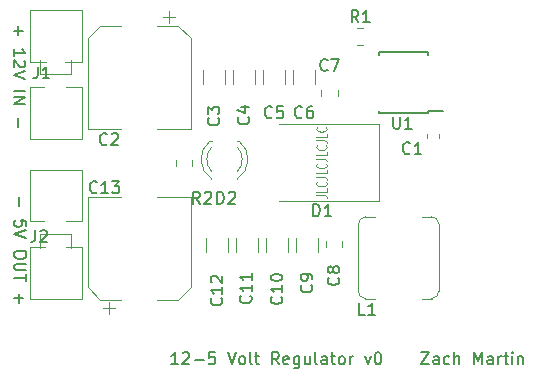
<source format=gto>
G04 #@! TF.GenerationSoftware,KiCad,Pcbnew,(5.1.7)-1*
G04 #@! TF.CreationDate,2021-07-20T15:03:30-04:00*
G04 #@! TF.ProjectId,12-5_Volt_Regulator,31322d35-5f56-46f6-9c74-5f526567756c,rev?*
G04 #@! TF.SameCoordinates,Original*
G04 #@! TF.FileFunction,Legend,Top*
G04 #@! TF.FilePolarity,Positive*
%FSLAX46Y46*%
G04 Gerber Fmt 4.6, Leading zero omitted, Abs format (unit mm)*
G04 Created by KiCad (PCBNEW (5.1.7)-1) date 2021-07-20 15:03:30*
%MOMM*%
%LPD*%
G01*
G04 APERTURE LIST*
%ADD10C,0.070000*%
%ADD11C,0.150000*%
%ADD12C,0.120000*%
%ADD13C,3.300000*%
%ADD14O,1.800000X1.800000*%
%ADD15C,1.900000*%
G04 APERTURE END LIST*
D10*
X142509142Y-105895428D02*
X143152000Y-105895428D01*
X143280571Y-105924000D01*
X143366285Y-105981142D01*
X143409142Y-106066857D01*
X143409142Y-106124000D01*
X143409142Y-105324000D02*
X143409142Y-105609714D01*
X142509142Y-105609714D01*
X143323428Y-104781142D02*
X143366285Y-104809714D01*
X143409142Y-104895428D01*
X143409142Y-104952571D01*
X143366285Y-105038285D01*
X143280571Y-105095428D01*
X143194857Y-105124000D01*
X143023428Y-105152571D01*
X142894857Y-105152571D01*
X142723428Y-105124000D01*
X142637714Y-105095428D01*
X142552000Y-105038285D01*
X142509142Y-104952571D01*
X142509142Y-104895428D01*
X142552000Y-104809714D01*
X142594857Y-104781142D01*
X142509142Y-104352571D02*
X143152000Y-104352571D01*
X143280571Y-104381142D01*
X143366285Y-104438285D01*
X143409142Y-104524000D01*
X143409142Y-104581142D01*
X143409142Y-103781142D02*
X143409142Y-104066857D01*
X142509142Y-104066857D01*
X143323428Y-103238285D02*
X143366285Y-103266857D01*
X143409142Y-103352571D01*
X143409142Y-103409714D01*
X143366285Y-103495428D01*
X143280571Y-103552571D01*
X143194857Y-103581142D01*
X143023428Y-103609714D01*
X142894857Y-103609714D01*
X142723428Y-103581142D01*
X142637714Y-103552571D01*
X142552000Y-103495428D01*
X142509142Y-103409714D01*
X142509142Y-103352571D01*
X142552000Y-103266857D01*
X142594857Y-103238285D01*
X142509142Y-102809714D02*
X143152000Y-102809714D01*
X143280571Y-102838285D01*
X143366285Y-102895428D01*
X143409142Y-102981142D01*
X143409142Y-103038285D01*
X143409142Y-102238285D02*
X143409142Y-102524000D01*
X142509142Y-102524000D01*
X143323428Y-101695428D02*
X143366285Y-101724000D01*
X143409142Y-101809714D01*
X143409142Y-101866857D01*
X143366285Y-101952571D01*
X143280571Y-102009714D01*
X143194857Y-102038285D01*
X143023428Y-102066857D01*
X142894857Y-102066857D01*
X142723428Y-102038285D01*
X142637714Y-102009714D01*
X142552000Y-101952571D01*
X142509142Y-101866857D01*
X142509142Y-101809714D01*
X142552000Y-101724000D01*
X142594857Y-101695428D01*
X142509142Y-101266857D02*
X143152000Y-101266857D01*
X143280571Y-101295428D01*
X143366285Y-101352571D01*
X143409142Y-101438285D01*
X143409142Y-101495428D01*
X143409142Y-100695428D02*
X143409142Y-100981142D01*
X142509142Y-100981142D01*
X143323428Y-100152571D02*
X143366285Y-100181142D01*
X143409142Y-100266857D01*
X143409142Y-100324000D01*
X143366285Y-100409714D01*
X143280571Y-100466857D01*
X143194857Y-100495428D01*
X143023428Y-100524000D01*
X142894857Y-100524000D01*
X142723428Y-100495428D01*
X142637714Y-100466857D01*
X142552000Y-100409714D01*
X142509142Y-100324000D01*
X142509142Y-100266857D01*
X142552000Y-100181142D01*
X142594857Y-100152571D01*
D11*
X130827666Y-120213380D02*
X130256238Y-120213380D01*
X130541952Y-120213380D02*
X130541952Y-119213380D01*
X130446714Y-119356238D01*
X130351476Y-119451476D01*
X130256238Y-119499095D01*
X131208619Y-119308619D02*
X131256238Y-119261000D01*
X131351476Y-119213380D01*
X131589571Y-119213380D01*
X131684809Y-119261000D01*
X131732428Y-119308619D01*
X131780047Y-119403857D01*
X131780047Y-119499095D01*
X131732428Y-119641952D01*
X131160999Y-120213380D01*
X131780047Y-120213380D01*
X132208619Y-119832428D02*
X132970523Y-119832428D01*
X133922904Y-119213380D02*
X133446714Y-119213380D01*
X133399095Y-119689571D01*
X133446714Y-119641952D01*
X133541952Y-119594333D01*
X133780047Y-119594333D01*
X133875285Y-119641952D01*
X133922904Y-119689571D01*
X133970523Y-119784809D01*
X133970523Y-120022904D01*
X133922904Y-120118142D01*
X133875285Y-120165761D01*
X133780047Y-120213380D01*
X133541952Y-120213380D01*
X133446714Y-120165761D01*
X133399095Y-120118142D01*
X135018142Y-119213380D02*
X135351476Y-120213380D01*
X135684809Y-119213380D01*
X136161000Y-120213380D02*
X136065761Y-120165761D01*
X136018142Y-120118142D01*
X135970523Y-120022904D01*
X135970523Y-119737190D01*
X136018142Y-119641952D01*
X136065761Y-119594333D01*
X136161000Y-119546714D01*
X136303857Y-119546714D01*
X136399095Y-119594333D01*
X136446714Y-119641952D01*
X136494333Y-119737190D01*
X136494333Y-120022904D01*
X136446714Y-120118142D01*
X136399095Y-120165761D01*
X136303857Y-120213380D01*
X136161000Y-120213380D01*
X137065761Y-120213380D02*
X136970523Y-120165761D01*
X136922904Y-120070523D01*
X136922904Y-119213380D01*
X137303857Y-119546714D02*
X137684809Y-119546714D01*
X137446714Y-119213380D02*
X137446714Y-120070523D01*
X137494333Y-120165761D01*
X137589571Y-120213380D01*
X137684809Y-120213380D01*
X139351476Y-120213380D02*
X139018142Y-119737190D01*
X138780047Y-120213380D02*
X138780047Y-119213380D01*
X139161000Y-119213380D01*
X139256238Y-119261000D01*
X139303857Y-119308619D01*
X139351476Y-119403857D01*
X139351476Y-119546714D01*
X139303857Y-119641952D01*
X139256238Y-119689571D01*
X139161000Y-119737190D01*
X138780047Y-119737190D01*
X140161000Y-120165761D02*
X140065761Y-120213380D01*
X139875285Y-120213380D01*
X139780047Y-120165761D01*
X139732428Y-120070523D01*
X139732428Y-119689571D01*
X139780047Y-119594333D01*
X139875285Y-119546714D01*
X140065761Y-119546714D01*
X140161000Y-119594333D01*
X140208619Y-119689571D01*
X140208619Y-119784809D01*
X139732428Y-119880047D01*
X141065761Y-119546714D02*
X141065761Y-120356238D01*
X141018142Y-120451476D01*
X140970523Y-120499095D01*
X140875285Y-120546714D01*
X140732428Y-120546714D01*
X140637190Y-120499095D01*
X141065761Y-120165761D02*
X140970523Y-120213380D01*
X140780047Y-120213380D01*
X140684809Y-120165761D01*
X140637190Y-120118142D01*
X140589571Y-120022904D01*
X140589571Y-119737190D01*
X140637190Y-119641952D01*
X140684809Y-119594333D01*
X140780047Y-119546714D01*
X140970523Y-119546714D01*
X141065761Y-119594333D01*
X141970523Y-119546714D02*
X141970523Y-120213380D01*
X141541952Y-119546714D02*
X141541952Y-120070523D01*
X141589571Y-120165761D01*
X141684809Y-120213380D01*
X141827666Y-120213380D01*
X141922904Y-120165761D01*
X141970523Y-120118142D01*
X142589571Y-120213380D02*
X142494333Y-120165761D01*
X142446714Y-120070523D01*
X142446714Y-119213380D01*
X143399095Y-120213380D02*
X143399095Y-119689571D01*
X143351476Y-119594333D01*
X143256238Y-119546714D01*
X143065761Y-119546714D01*
X142970523Y-119594333D01*
X143399095Y-120165761D02*
X143303857Y-120213380D01*
X143065761Y-120213380D01*
X142970523Y-120165761D01*
X142922904Y-120070523D01*
X142922904Y-119975285D01*
X142970523Y-119880047D01*
X143065761Y-119832428D01*
X143303857Y-119832428D01*
X143399095Y-119784809D01*
X143732428Y-119546714D02*
X144113380Y-119546714D01*
X143875285Y-119213380D02*
X143875285Y-120070523D01*
X143922904Y-120165761D01*
X144018142Y-120213380D01*
X144113380Y-120213380D01*
X144589571Y-120213380D02*
X144494333Y-120165761D01*
X144446714Y-120118142D01*
X144399095Y-120022904D01*
X144399095Y-119737190D01*
X144446714Y-119641952D01*
X144494333Y-119594333D01*
X144589571Y-119546714D01*
X144732428Y-119546714D01*
X144827666Y-119594333D01*
X144875285Y-119641952D01*
X144922904Y-119737190D01*
X144922904Y-120022904D01*
X144875285Y-120118142D01*
X144827666Y-120165761D01*
X144732428Y-120213380D01*
X144589571Y-120213380D01*
X145351476Y-120213380D02*
X145351476Y-119546714D01*
X145351476Y-119737190D02*
X145399095Y-119641952D01*
X145446714Y-119594333D01*
X145541952Y-119546714D01*
X145637190Y-119546714D01*
X146637190Y-119546714D02*
X146875285Y-120213380D01*
X147113380Y-119546714D01*
X147684809Y-119213380D02*
X147780047Y-119213380D01*
X147875285Y-119261000D01*
X147922904Y-119308619D01*
X147970523Y-119403857D01*
X148018142Y-119594333D01*
X148018142Y-119832428D01*
X147970523Y-120022904D01*
X147922904Y-120118142D01*
X147875285Y-120165761D01*
X147780047Y-120213380D01*
X147684809Y-120213380D01*
X147589571Y-120165761D01*
X147541952Y-120118142D01*
X147494333Y-120022904D01*
X147446714Y-119832428D01*
X147446714Y-119594333D01*
X147494333Y-119403857D01*
X147541952Y-119308619D01*
X147589571Y-119261000D01*
X147684809Y-119213380D01*
X151399095Y-119213380D02*
X152065761Y-119213380D01*
X151399095Y-120213380D01*
X152065761Y-120213380D01*
X152875285Y-120213380D02*
X152875285Y-119689571D01*
X152827666Y-119594333D01*
X152732428Y-119546714D01*
X152541952Y-119546714D01*
X152446714Y-119594333D01*
X152875285Y-120165761D02*
X152780047Y-120213380D01*
X152541952Y-120213380D01*
X152446714Y-120165761D01*
X152399095Y-120070523D01*
X152399095Y-119975285D01*
X152446714Y-119880047D01*
X152541952Y-119832428D01*
X152780047Y-119832428D01*
X152875285Y-119784809D01*
X153780047Y-120165761D02*
X153684809Y-120213380D01*
X153494333Y-120213380D01*
X153399095Y-120165761D01*
X153351476Y-120118142D01*
X153303857Y-120022904D01*
X153303857Y-119737190D01*
X153351476Y-119641952D01*
X153399095Y-119594333D01*
X153494333Y-119546714D01*
X153684809Y-119546714D01*
X153780047Y-119594333D01*
X154208619Y-120213380D02*
X154208619Y-119213380D01*
X154637190Y-120213380D02*
X154637190Y-119689571D01*
X154589571Y-119594333D01*
X154494333Y-119546714D01*
X154351476Y-119546714D01*
X154256238Y-119594333D01*
X154208619Y-119641952D01*
X155875285Y-120213380D02*
X155875285Y-119213380D01*
X156208619Y-119927666D01*
X156541952Y-119213380D01*
X156541952Y-120213380D01*
X157446714Y-120213380D02*
X157446714Y-119689571D01*
X157399095Y-119594333D01*
X157303857Y-119546714D01*
X157113380Y-119546714D01*
X157018142Y-119594333D01*
X157446714Y-120165761D02*
X157351476Y-120213380D01*
X157113380Y-120213380D01*
X157018142Y-120165761D01*
X156970523Y-120070523D01*
X156970523Y-119975285D01*
X157018142Y-119880047D01*
X157113380Y-119832428D01*
X157351476Y-119832428D01*
X157446714Y-119784809D01*
X157922904Y-120213380D02*
X157922904Y-119546714D01*
X157922904Y-119737190D02*
X157970523Y-119641952D01*
X158018142Y-119594333D01*
X158113380Y-119546714D01*
X158208619Y-119546714D01*
X158399095Y-119546714D02*
X158780047Y-119546714D01*
X158541952Y-119213380D02*
X158541952Y-120070523D01*
X158589571Y-120165761D01*
X158684809Y-120213380D01*
X158780047Y-120213380D01*
X159113380Y-120213380D02*
X159113380Y-119546714D01*
X159113380Y-119213380D02*
X159065761Y-119261000D01*
X159113380Y-119308619D01*
X159160999Y-119261000D01*
X159113380Y-119213380D01*
X159113380Y-119308619D01*
X159589571Y-119546714D02*
X159589571Y-120213380D01*
X159589571Y-119641952D02*
X159637190Y-119594333D01*
X159732428Y-119546714D01*
X159875285Y-119546714D01*
X159970523Y-119594333D01*
X160018142Y-119689571D01*
X160018142Y-120213380D01*
X117276571Y-91599285D02*
X117276571Y-92361190D01*
X116895619Y-91980238D02*
X117657523Y-91980238D01*
X116895619Y-94123095D02*
X116895619Y-93551666D01*
X116895619Y-93837380D02*
X117895619Y-93837380D01*
X117752761Y-93742142D01*
X117657523Y-93646904D01*
X117609904Y-93551666D01*
X117800380Y-94504047D02*
X117848000Y-94551666D01*
X117895619Y-94646904D01*
X117895619Y-94885000D01*
X117848000Y-94980238D01*
X117800380Y-95027857D01*
X117705142Y-95075476D01*
X117609904Y-95075476D01*
X117467047Y-95027857D01*
X116895619Y-94456428D01*
X116895619Y-95075476D01*
X117895619Y-95361190D02*
X116895619Y-95694523D01*
X117895619Y-96027857D01*
X116895619Y-97123095D02*
X117895619Y-97123095D01*
X116895619Y-97599285D02*
X117895619Y-97599285D01*
X116895619Y-98170714D01*
X117895619Y-98170714D01*
X117276571Y-99408809D02*
X117276571Y-100170714D01*
X117340071Y-106077309D02*
X117340071Y-106839214D01*
X117959119Y-108553500D02*
X117959119Y-108077309D01*
X117482928Y-108029690D01*
X117530547Y-108077309D01*
X117578166Y-108172547D01*
X117578166Y-108410642D01*
X117530547Y-108505880D01*
X117482928Y-108553500D01*
X117387690Y-108601119D01*
X117149595Y-108601119D01*
X117054357Y-108553500D01*
X117006738Y-108505880D01*
X116959119Y-108410642D01*
X116959119Y-108172547D01*
X117006738Y-108077309D01*
X117054357Y-108029690D01*
X117959119Y-108886833D02*
X116959119Y-109220166D01*
X117959119Y-109553500D01*
X117959119Y-110839214D02*
X117959119Y-111029690D01*
X117911500Y-111124928D01*
X117816261Y-111220166D01*
X117625785Y-111267785D01*
X117292452Y-111267785D01*
X117101976Y-111220166D01*
X117006738Y-111124928D01*
X116959119Y-111029690D01*
X116959119Y-110839214D01*
X117006738Y-110743976D01*
X117101976Y-110648738D01*
X117292452Y-110601119D01*
X117625785Y-110601119D01*
X117816261Y-110648738D01*
X117911500Y-110743976D01*
X117959119Y-110839214D01*
X117959119Y-111696357D02*
X117149595Y-111696357D01*
X117054357Y-111743976D01*
X117006738Y-111791595D01*
X116959119Y-111886833D01*
X116959119Y-112077309D01*
X117006738Y-112172547D01*
X117054357Y-112220166D01*
X117149595Y-112267785D01*
X117959119Y-112267785D01*
X117959119Y-112601119D02*
X117959119Y-113172547D01*
X116959119Y-112886833D02*
X117959119Y-112886833D01*
X117340071Y-114267785D02*
X117340071Y-115029690D01*
X116959119Y-114648738D02*
X117721023Y-114648738D01*
D12*
X118259000Y-114673000D02*
X118259000Y-110273000D01*
X122659000Y-114673000D02*
X118259000Y-114673000D01*
X122659000Y-110273000D02*
X122659000Y-114673000D01*
X118259000Y-110273000D02*
X122659000Y-110273000D01*
X118259000Y-108133000D02*
X118259000Y-103733000D01*
X122659000Y-108133000D02*
X118259000Y-108133000D01*
X122659000Y-103733000D02*
X122659000Y-108133000D01*
X118259000Y-103733000D02*
X122659000Y-103733000D01*
X118259000Y-96748000D02*
X122659000Y-96748000D01*
X122659000Y-96748000D02*
X122659000Y-101148000D01*
X122659000Y-101148000D02*
X118259000Y-101148000D01*
X118259000Y-101148000D02*
X118259000Y-96748000D01*
X118259000Y-94608000D02*
X118259000Y-90208000D01*
X122659000Y-94608000D02*
X118259000Y-94608000D01*
X122659000Y-90208000D02*
X122659000Y-94608000D01*
X118259000Y-90208000D02*
X122659000Y-90208000D01*
X119129000Y-111803000D02*
X121789000Y-111803000D01*
X119129000Y-109203000D02*
X119129000Y-111803000D01*
X121789000Y-109203000D02*
X121789000Y-111803000D01*
X119129000Y-109203000D02*
X121789000Y-109203000D01*
X119129000Y-107933000D02*
X119129000Y-106603000D01*
X119129000Y-106603000D02*
X120459000Y-106603000D01*
X151890000Y-101026279D02*
X151890000Y-100700721D01*
X152910000Y-101026279D02*
X152910000Y-100700721D01*
X123148000Y-100262000D02*
X125998000Y-100262000D01*
X131868000Y-100262000D02*
X129018000Y-100262000D01*
X131868000Y-92606437D02*
X131868000Y-100262000D01*
X123148000Y-92606437D02*
X123148000Y-100262000D01*
X124212437Y-91542000D02*
X125998000Y-91542000D01*
X130803563Y-91542000D02*
X129018000Y-91542000D01*
X130803563Y-91542000D02*
X131868000Y-92606437D01*
X124212437Y-91542000D02*
X123148000Y-92606437D01*
X130018000Y-90302000D02*
X130018000Y-91302000D01*
X130518000Y-90802000D02*
X129518000Y-90802000D01*
X134768000Y-95285936D02*
X134768000Y-96490064D01*
X132948000Y-95285936D02*
X132948000Y-96490064D01*
X135488000Y-95285936D02*
X135488000Y-96490064D01*
X137308000Y-95285936D02*
X137308000Y-96490064D01*
X139848000Y-95279936D02*
X139848000Y-96484064D01*
X138028000Y-95279936D02*
X138028000Y-96484064D01*
X140568000Y-95285936D02*
X140568000Y-96490064D01*
X142388000Y-95285936D02*
X142388000Y-96490064D01*
X142927000Y-96974922D02*
X142927000Y-97492078D01*
X144347000Y-96974922D02*
X144347000Y-97492078D01*
X143308000Y-110319078D02*
X143308000Y-109801922D01*
X144728000Y-110319078D02*
X144728000Y-109801922D01*
X142642000Y-110714064D02*
X142642000Y-109509936D01*
X140822000Y-110714064D02*
X140822000Y-109509936D01*
X138282000Y-110714064D02*
X138282000Y-109509936D01*
X140102000Y-110714064D02*
X140102000Y-109509936D01*
X137562000Y-110714064D02*
X137562000Y-109509936D01*
X135742000Y-110714064D02*
X135742000Y-109509936D01*
X133202000Y-110714064D02*
X133202000Y-109509936D01*
X135022000Y-110714064D02*
X135022000Y-109509936D01*
X124498000Y-115480000D02*
X125498000Y-115480000D01*
X124998000Y-115980000D02*
X124998000Y-114980000D01*
X130803563Y-114740000D02*
X131868000Y-113675563D01*
X124212437Y-114740000D02*
X123148000Y-113675563D01*
X124212437Y-114740000D02*
X125998000Y-114740000D01*
X130803563Y-114740000D02*
X129018000Y-114740000D01*
X131868000Y-113675563D02*
X131868000Y-106020000D01*
X123148000Y-113675563D02*
X123148000Y-106020000D01*
X123148000Y-106020000D02*
X125998000Y-106020000D01*
X131868000Y-106020000D02*
X129018000Y-106020000D01*
X147802000Y-99874000D02*
X147802000Y-106374000D01*
X147802000Y-99874000D02*
X139402000Y-99874000D01*
X147802000Y-106374000D02*
X139402000Y-106374000D01*
X135983000Y-101310000D02*
X135827000Y-101310000D01*
X133667000Y-101310000D02*
X133511000Y-101310000D01*
X135825608Y-104542335D02*
G75*
G03*
X135982516Y-101310000I-1078608J1672335D01*
G01*
X133668392Y-104542335D02*
G75*
G02*
X133511484Y-101310000I1078608J1672335D01*
G01*
X135826837Y-103911130D02*
G75*
G03*
X135827000Y-101829039I-1079837J1041130D01*
G01*
X133667163Y-103911130D02*
G75*
G02*
X133667000Y-101829039I1079837J1041130D01*
G01*
X121789000Y-98278000D02*
X120459000Y-98278000D01*
X121789000Y-96948000D02*
X121789000Y-98278000D01*
X121789000Y-95678000D02*
X119129000Y-95678000D01*
X119129000Y-95678000D02*
X119129000Y-93078000D01*
X121789000Y-95678000D02*
X121789000Y-93078000D01*
X121789000Y-93078000D02*
X119129000Y-93078000D01*
X152889000Y-108344000D02*
X152889000Y-114044000D01*
X147529000Y-114654000D02*
X146679000Y-114654000D01*
X146069000Y-114044000D02*
X146069000Y-108394000D01*
X146729000Y-107734000D02*
X147529000Y-107734000D01*
X152279000Y-114654000D02*
X151429000Y-114654000D01*
X151429000Y-107734000D02*
X152279000Y-107734000D01*
X152279000Y-107734000D02*
G75*
G02*
X152889000Y-108344000I0J-610000D01*
G01*
X152889000Y-114044000D02*
G75*
G02*
X152279000Y-114654000I-610000J0D01*
G01*
X146069000Y-108394000D02*
G75*
G02*
X146729000Y-107734000I660000J0D01*
G01*
X146679000Y-114654000D02*
G75*
G02*
X146069000Y-114044000I0J610000D01*
G01*
X145996922Y-93166000D02*
X146514078Y-93166000D01*
X145996922Y-91746000D02*
X146514078Y-91746000D01*
X132028000Y-102943922D02*
X132028000Y-103461078D01*
X130608000Y-102943922D02*
X130608000Y-103461078D01*
D11*
X151935000Y-98968000D02*
X151935000Y-98768000D01*
X147785000Y-98968000D02*
X147785000Y-98768000D01*
X147785000Y-93818000D02*
X147785000Y-94018000D01*
X151935000Y-93818000D02*
X151935000Y-94018000D01*
X151935000Y-98968000D02*
X147785000Y-98968000D01*
X151935000Y-93818000D02*
X147785000Y-93818000D01*
X151935000Y-98768000D02*
X153235000Y-98768000D01*
X118729166Y-108862880D02*
X118729166Y-109577166D01*
X118681547Y-109720023D01*
X118586309Y-109815261D01*
X118443452Y-109862880D01*
X118348214Y-109862880D01*
X119157738Y-108958119D02*
X119205357Y-108910500D01*
X119300595Y-108862880D01*
X119538690Y-108862880D01*
X119633928Y-108910500D01*
X119681547Y-108958119D01*
X119729166Y-109053357D01*
X119729166Y-109148595D01*
X119681547Y-109291452D01*
X119110119Y-109862880D01*
X119729166Y-109862880D01*
X150455333Y-102338142D02*
X150407714Y-102385761D01*
X150264857Y-102433380D01*
X150169619Y-102433380D01*
X150026761Y-102385761D01*
X149931523Y-102290523D01*
X149883904Y-102195285D01*
X149836285Y-102004809D01*
X149836285Y-101861952D01*
X149883904Y-101671476D01*
X149931523Y-101576238D01*
X150026761Y-101481000D01*
X150169619Y-101433380D01*
X150264857Y-101433380D01*
X150407714Y-101481000D01*
X150455333Y-101528619D01*
X151407714Y-102433380D02*
X150836285Y-102433380D01*
X151122000Y-102433380D02*
X151122000Y-101433380D01*
X151026761Y-101576238D01*
X150931523Y-101671476D01*
X150836285Y-101719095D01*
X124801333Y-101576142D02*
X124753714Y-101623761D01*
X124610857Y-101671380D01*
X124515619Y-101671380D01*
X124372761Y-101623761D01*
X124277523Y-101528523D01*
X124229904Y-101433285D01*
X124182285Y-101242809D01*
X124182285Y-101099952D01*
X124229904Y-100909476D01*
X124277523Y-100814238D01*
X124372761Y-100719000D01*
X124515619Y-100671380D01*
X124610857Y-100671380D01*
X124753714Y-100719000D01*
X124801333Y-100766619D01*
X125182285Y-100766619D02*
X125229904Y-100719000D01*
X125325142Y-100671380D01*
X125563238Y-100671380D01*
X125658476Y-100719000D01*
X125706095Y-100766619D01*
X125753714Y-100861857D01*
X125753714Y-100957095D01*
X125706095Y-101099952D01*
X125134666Y-101671380D01*
X125753714Y-101671380D01*
X134215142Y-99353666D02*
X134262761Y-99401285D01*
X134310380Y-99544142D01*
X134310380Y-99639380D01*
X134262761Y-99782238D01*
X134167523Y-99877476D01*
X134072285Y-99925095D01*
X133881809Y-99972714D01*
X133738952Y-99972714D01*
X133548476Y-99925095D01*
X133453238Y-99877476D01*
X133358000Y-99782238D01*
X133310380Y-99639380D01*
X133310380Y-99544142D01*
X133358000Y-99401285D01*
X133405619Y-99353666D01*
X133310380Y-99020333D02*
X133310380Y-98401285D01*
X133691333Y-98734619D01*
X133691333Y-98591761D01*
X133738952Y-98496523D01*
X133786571Y-98448904D01*
X133881809Y-98401285D01*
X134119904Y-98401285D01*
X134215142Y-98448904D01*
X134262761Y-98496523D01*
X134310380Y-98591761D01*
X134310380Y-98877476D01*
X134262761Y-98972714D01*
X134215142Y-99020333D01*
X136755142Y-99290166D02*
X136802761Y-99337785D01*
X136850380Y-99480642D01*
X136850380Y-99575880D01*
X136802761Y-99718738D01*
X136707523Y-99813976D01*
X136612285Y-99861595D01*
X136421809Y-99909214D01*
X136278952Y-99909214D01*
X136088476Y-99861595D01*
X135993238Y-99813976D01*
X135898000Y-99718738D01*
X135850380Y-99575880D01*
X135850380Y-99480642D01*
X135898000Y-99337785D01*
X135945619Y-99290166D01*
X136183714Y-98433023D02*
X136850380Y-98433023D01*
X135802761Y-98671119D02*
X136517047Y-98909214D01*
X136517047Y-98290166D01*
X138771333Y-99290142D02*
X138723714Y-99337761D01*
X138580857Y-99385380D01*
X138485619Y-99385380D01*
X138342761Y-99337761D01*
X138247523Y-99242523D01*
X138199904Y-99147285D01*
X138152285Y-98956809D01*
X138152285Y-98813952D01*
X138199904Y-98623476D01*
X138247523Y-98528238D01*
X138342761Y-98433000D01*
X138485619Y-98385380D01*
X138580857Y-98385380D01*
X138723714Y-98433000D01*
X138771333Y-98480619D01*
X139676095Y-98385380D02*
X139199904Y-98385380D01*
X139152285Y-98861571D01*
X139199904Y-98813952D01*
X139295142Y-98766333D01*
X139533238Y-98766333D01*
X139628476Y-98813952D01*
X139676095Y-98861571D01*
X139723714Y-98956809D01*
X139723714Y-99194904D01*
X139676095Y-99290142D01*
X139628476Y-99337761D01*
X139533238Y-99385380D01*
X139295142Y-99385380D01*
X139199904Y-99337761D01*
X139152285Y-99290142D01*
X141311333Y-99290142D02*
X141263714Y-99337761D01*
X141120857Y-99385380D01*
X141025619Y-99385380D01*
X140882761Y-99337761D01*
X140787523Y-99242523D01*
X140739904Y-99147285D01*
X140692285Y-98956809D01*
X140692285Y-98813952D01*
X140739904Y-98623476D01*
X140787523Y-98528238D01*
X140882761Y-98433000D01*
X141025619Y-98385380D01*
X141120857Y-98385380D01*
X141263714Y-98433000D01*
X141311333Y-98480619D01*
X142168476Y-98385380D02*
X141978000Y-98385380D01*
X141882761Y-98433000D01*
X141835142Y-98480619D01*
X141739904Y-98623476D01*
X141692285Y-98813952D01*
X141692285Y-99194904D01*
X141739904Y-99290142D01*
X141787523Y-99337761D01*
X141882761Y-99385380D01*
X142073238Y-99385380D01*
X142168476Y-99337761D01*
X142216095Y-99290142D01*
X142263714Y-99194904D01*
X142263714Y-98956809D01*
X142216095Y-98861571D01*
X142168476Y-98813952D01*
X142073238Y-98766333D01*
X141882761Y-98766333D01*
X141787523Y-98813952D01*
X141739904Y-98861571D01*
X141692285Y-98956809D01*
X143470333Y-95289642D02*
X143422714Y-95337261D01*
X143279857Y-95384880D01*
X143184619Y-95384880D01*
X143041761Y-95337261D01*
X142946523Y-95242023D01*
X142898904Y-95146785D01*
X142851285Y-94956309D01*
X142851285Y-94813452D01*
X142898904Y-94622976D01*
X142946523Y-94527738D01*
X143041761Y-94432500D01*
X143184619Y-94384880D01*
X143279857Y-94384880D01*
X143422714Y-94432500D01*
X143470333Y-94480119D01*
X143803666Y-94384880D02*
X144470333Y-94384880D01*
X144041761Y-95384880D01*
X144375142Y-112879166D02*
X144422761Y-112926785D01*
X144470380Y-113069642D01*
X144470380Y-113164880D01*
X144422761Y-113307738D01*
X144327523Y-113402976D01*
X144232285Y-113450595D01*
X144041809Y-113498214D01*
X143898952Y-113498214D01*
X143708476Y-113450595D01*
X143613238Y-113402976D01*
X143518000Y-113307738D01*
X143470380Y-113164880D01*
X143470380Y-113069642D01*
X143518000Y-112926785D01*
X143565619Y-112879166D01*
X143898952Y-112307738D02*
X143851333Y-112402976D01*
X143803714Y-112450595D01*
X143708476Y-112498214D01*
X143660857Y-112498214D01*
X143565619Y-112450595D01*
X143518000Y-112402976D01*
X143470380Y-112307738D01*
X143470380Y-112117261D01*
X143518000Y-112022023D01*
X143565619Y-111974404D01*
X143660857Y-111926785D01*
X143708476Y-111926785D01*
X143803714Y-111974404D01*
X143851333Y-112022023D01*
X143898952Y-112117261D01*
X143898952Y-112307738D01*
X143946571Y-112402976D01*
X143994190Y-112450595D01*
X144089428Y-112498214D01*
X144279904Y-112498214D01*
X144375142Y-112450595D01*
X144422761Y-112402976D01*
X144470380Y-112307738D01*
X144470380Y-112117261D01*
X144422761Y-112022023D01*
X144375142Y-111974404D01*
X144279904Y-111926785D01*
X144089428Y-111926785D01*
X143994190Y-111974404D01*
X143946571Y-112022023D01*
X143898952Y-112117261D01*
X142089142Y-113514166D02*
X142136761Y-113561785D01*
X142184380Y-113704642D01*
X142184380Y-113799880D01*
X142136761Y-113942738D01*
X142041523Y-114037976D01*
X141946285Y-114085595D01*
X141755809Y-114133214D01*
X141612952Y-114133214D01*
X141422476Y-114085595D01*
X141327238Y-114037976D01*
X141232000Y-113942738D01*
X141184380Y-113799880D01*
X141184380Y-113704642D01*
X141232000Y-113561785D01*
X141279619Y-113514166D01*
X142184380Y-113037976D02*
X142184380Y-112847500D01*
X142136761Y-112752261D01*
X142089142Y-112704642D01*
X141946285Y-112609404D01*
X141755809Y-112561785D01*
X141374857Y-112561785D01*
X141279619Y-112609404D01*
X141232000Y-112657023D01*
X141184380Y-112752261D01*
X141184380Y-112942738D01*
X141232000Y-113037976D01*
X141279619Y-113085595D01*
X141374857Y-113133214D01*
X141612952Y-113133214D01*
X141708190Y-113085595D01*
X141755809Y-113037976D01*
X141803428Y-112942738D01*
X141803428Y-112752261D01*
X141755809Y-112657023D01*
X141708190Y-112609404D01*
X141612952Y-112561785D01*
X139549142Y-114498357D02*
X139596761Y-114545976D01*
X139644380Y-114688833D01*
X139644380Y-114784071D01*
X139596761Y-114926928D01*
X139501523Y-115022166D01*
X139406285Y-115069785D01*
X139215809Y-115117404D01*
X139072952Y-115117404D01*
X138882476Y-115069785D01*
X138787238Y-115022166D01*
X138692000Y-114926928D01*
X138644380Y-114784071D01*
X138644380Y-114688833D01*
X138692000Y-114545976D01*
X138739619Y-114498357D01*
X139644380Y-113545976D02*
X139644380Y-114117404D01*
X139644380Y-113831690D02*
X138644380Y-113831690D01*
X138787238Y-113926928D01*
X138882476Y-114022166D01*
X138930095Y-114117404D01*
X138644380Y-112926928D02*
X138644380Y-112831690D01*
X138692000Y-112736452D01*
X138739619Y-112688833D01*
X138834857Y-112641214D01*
X139025333Y-112593595D01*
X139263428Y-112593595D01*
X139453904Y-112641214D01*
X139549142Y-112688833D01*
X139596761Y-112736452D01*
X139644380Y-112831690D01*
X139644380Y-112926928D01*
X139596761Y-113022166D01*
X139549142Y-113069785D01*
X139453904Y-113117404D01*
X139263428Y-113165023D01*
X139025333Y-113165023D01*
X138834857Y-113117404D01*
X138739619Y-113069785D01*
X138692000Y-113022166D01*
X138644380Y-112926928D01*
X136945642Y-114434857D02*
X136993261Y-114482476D01*
X137040880Y-114625333D01*
X137040880Y-114720571D01*
X136993261Y-114863428D01*
X136898023Y-114958666D01*
X136802785Y-115006285D01*
X136612309Y-115053904D01*
X136469452Y-115053904D01*
X136278976Y-115006285D01*
X136183738Y-114958666D01*
X136088500Y-114863428D01*
X136040880Y-114720571D01*
X136040880Y-114625333D01*
X136088500Y-114482476D01*
X136136119Y-114434857D01*
X137040880Y-113482476D02*
X137040880Y-114053904D01*
X137040880Y-113768190D02*
X136040880Y-113768190D01*
X136183738Y-113863428D01*
X136278976Y-113958666D01*
X136326595Y-114053904D01*
X137040880Y-112530095D02*
X137040880Y-113101523D01*
X137040880Y-112815809D02*
X136040880Y-112815809D01*
X136183738Y-112911047D01*
X136278976Y-113006285D01*
X136326595Y-113101523D01*
X134469142Y-114625357D02*
X134516761Y-114672976D01*
X134564380Y-114815833D01*
X134564380Y-114911071D01*
X134516761Y-115053928D01*
X134421523Y-115149166D01*
X134326285Y-115196785D01*
X134135809Y-115244404D01*
X133992952Y-115244404D01*
X133802476Y-115196785D01*
X133707238Y-115149166D01*
X133612000Y-115053928D01*
X133564380Y-114911071D01*
X133564380Y-114815833D01*
X133612000Y-114672976D01*
X133659619Y-114625357D01*
X134564380Y-113672976D02*
X134564380Y-114244404D01*
X134564380Y-113958690D02*
X133564380Y-113958690D01*
X133707238Y-114053928D01*
X133802476Y-114149166D01*
X133850095Y-114244404D01*
X133659619Y-113292023D02*
X133612000Y-113244404D01*
X133564380Y-113149166D01*
X133564380Y-112911071D01*
X133612000Y-112815833D01*
X133659619Y-112768214D01*
X133754857Y-112720595D01*
X133850095Y-112720595D01*
X133992952Y-112768214D01*
X134564380Y-113339642D01*
X134564380Y-112720595D01*
X123944142Y-105640142D02*
X123896523Y-105687761D01*
X123753666Y-105735380D01*
X123658428Y-105735380D01*
X123515571Y-105687761D01*
X123420333Y-105592523D01*
X123372714Y-105497285D01*
X123325095Y-105306809D01*
X123325095Y-105163952D01*
X123372714Y-104973476D01*
X123420333Y-104878238D01*
X123515571Y-104783000D01*
X123658428Y-104735380D01*
X123753666Y-104735380D01*
X123896523Y-104783000D01*
X123944142Y-104830619D01*
X124896523Y-105735380D02*
X124325095Y-105735380D01*
X124610809Y-105735380D02*
X124610809Y-104735380D01*
X124515571Y-104878238D01*
X124420333Y-104973476D01*
X124325095Y-105021095D01*
X125229857Y-104735380D02*
X125848904Y-104735380D01*
X125515571Y-105116333D01*
X125658428Y-105116333D01*
X125753666Y-105163952D01*
X125801285Y-105211571D01*
X125848904Y-105306809D01*
X125848904Y-105544904D01*
X125801285Y-105640142D01*
X125753666Y-105687761D01*
X125658428Y-105735380D01*
X125372714Y-105735380D01*
X125277476Y-105687761D01*
X125229857Y-105640142D01*
X142263904Y-107676380D02*
X142263904Y-106676380D01*
X142502000Y-106676380D01*
X142644857Y-106724000D01*
X142740095Y-106819238D01*
X142787714Y-106914476D01*
X142835333Y-107104952D01*
X142835333Y-107247809D01*
X142787714Y-107438285D01*
X142740095Y-107533523D01*
X142644857Y-107628761D01*
X142502000Y-107676380D01*
X142263904Y-107676380D01*
X143787714Y-107676380D02*
X143216285Y-107676380D01*
X143502000Y-107676380D02*
X143502000Y-106676380D01*
X143406761Y-106819238D01*
X143311523Y-106914476D01*
X143216285Y-106962095D01*
X134135904Y-106624380D02*
X134135904Y-105624380D01*
X134374000Y-105624380D01*
X134516857Y-105672000D01*
X134612095Y-105767238D01*
X134659714Y-105862476D01*
X134707333Y-106052952D01*
X134707333Y-106195809D01*
X134659714Y-106386285D01*
X134612095Y-106481523D01*
X134516857Y-106576761D01*
X134374000Y-106624380D01*
X134135904Y-106624380D01*
X135088285Y-105719619D02*
X135135904Y-105672000D01*
X135231142Y-105624380D01*
X135469238Y-105624380D01*
X135564476Y-105672000D01*
X135612095Y-105719619D01*
X135659714Y-105814857D01*
X135659714Y-105910095D01*
X135612095Y-106052952D01*
X135040666Y-106624380D01*
X135659714Y-106624380D01*
X118919666Y-95019880D02*
X118919666Y-95734166D01*
X118872047Y-95877023D01*
X118776809Y-95972261D01*
X118633952Y-96019880D01*
X118538714Y-96019880D01*
X119919666Y-96019880D02*
X119348238Y-96019880D01*
X119633952Y-96019880D02*
X119633952Y-95019880D01*
X119538714Y-95162738D01*
X119443476Y-95257976D01*
X119348238Y-95305595D01*
X146645333Y-116022380D02*
X146169142Y-116022380D01*
X146169142Y-115022380D01*
X147502476Y-116022380D02*
X146931047Y-116022380D01*
X147216761Y-116022380D02*
X147216761Y-115022380D01*
X147121523Y-115165238D01*
X147026285Y-115260476D01*
X146931047Y-115308095D01*
X146088833Y-91258380D02*
X145755500Y-90782190D01*
X145517404Y-91258380D02*
X145517404Y-90258380D01*
X145898357Y-90258380D01*
X145993595Y-90306000D01*
X146041214Y-90353619D01*
X146088833Y-90448857D01*
X146088833Y-90591714D01*
X146041214Y-90686952D01*
X145993595Y-90734571D01*
X145898357Y-90782190D01*
X145517404Y-90782190D01*
X147041214Y-91258380D02*
X146469785Y-91258380D01*
X146755500Y-91258380D02*
X146755500Y-90258380D01*
X146660261Y-90401238D01*
X146565023Y-90496476D01*
X146469785Y-90544095D01*
X132675333Y-106624380D02*
X132342000Y-106148190D01*
X132103904Y-106624380D02*
X132103904Y-105624380D01*
X132484857Y-105624380D01*
X132580095Y-105672000D01*
X132627714Y-105719619D01*
X132675333Y-105814857D01*
X132675333Y-105957714D01*
X132627714Y-106052952D01*
X132580095Y-106100571D01*
X132484857Y-106148190D01*
X132103904Y-106148190D01*
X133056285Y-105719619D02*
X133103904Y-105672000D01*
X133199142Y-105624380D01*
X133437238Y-105624380D01*
X133532476Y-105672000D01*
X133580095Y-105719619D01*
X133627714Y-105814857D01*
X133627714Y-105910095D01*
X133580095Y-106052952D01*
X133008666Y-106624380D01*
X133627714Y-106624380D01*
X149034595Y-99274380D02*
X149034595Y-100083904D01*
X149082214Y-100179142D01*
X149129833Y-100226761D01*
X149225071Y-100274380D01*
X149415547Y-100274380D01*
X149510785Y-100226761D01*
X149558404Y-100179142D01*
X149606023Y-100083904D01*
X149606023Y-99274380D01*
X150606023Y-100274380D02*
X150034595Y-100274380D01*
X150320309Y-100274380D02*
X150320309Y-99274380D01*
X150225071Y-99417238D01*
X150129833Y-99512476D01*
X150034595Y-99560095D01*
%LPC*%
G36*
G01*
X118409000Y-114473000D02*
X118409000Y-110473000D01*
G75*
G02*
X118459000Y-110423000I50000J0D01*
G01*
X122459000Y-110423000D01*
G75*
G02*
X122509000Y-110473000I0J-50000D01*
G01*
X122509000Y-114473000D01*
G75*
G02*
X122459000Y-114523000I-50000J0D01*
G01*
X118459000Y-114523000D01*
G75*
G02*
X118409000Y-114473000I0J50000D01*
G01*
G37*
G36*
G01*
X118409000Y-107933000D02*
X118409000Y-103933000D01*
G75*
G02*
X118459000Y-103883000I50000J0D01*
G01*
X122459000Y-103883000D01*
G75*
G02*
X122509000Y-103933000I0J-50000D01*
G01*
X122509000Y-107933000D01*
G75*
G02*
X122459000Y-107983000I-50000J0D01*
G01*
X118459000Y-107983000D01*
G75*
G02*
X118409000Y-107933000I0J50000D01*
G01*
G37*
G36*
G01*
X118409000Y-100948000D02*
X118409000Y-96948000D01*
G75*
G02*
X118459000Y-96898000I50000J0D01*
G01*
X122459000Y-96898000D01*
G75*
G02*
X122509000Y-96948000I0J-50000D01*
G01*
X122509000Y-100948000D01*
G75*
G02*
X122459000Y-100998000I-50000J0D01*
G01*
X118459000Y-100998000D01*
G75*
G02*
X118409000Y-100948000I0J50000D01*
G01*
G37*
G36*
G01*
X118409000Y-94408000D02*
X118409000Y-90408000D01*
G75*
G02*
X118459000Y-90358000I50000J0D01*
G01*
X122459000Y-90358000D01*
G75*
G02*
X122509000Y-90408000I0J-50000D01*
G01*
X122509000Y-94408000D01*
G75*
G02*
X122459000Y-94458000I-50000J0D01*
G01*
X118459000Y-94458000D01*
G75*
G02*
X118409000Y-94408000I0J50000D01*
G01*
G37*
D13*
X157353000Y-92964000D03*
X120015000Y-117348000D03*
G36*
G01*
X119559000Y-108783000D02*
X119559000Y-107083000D01*
G75*
G02*
X119609000Y-107033000I50000J0D01*
G01*
X121309000Y-107033000D01*
G75*
G02*
X121359000Y-107083000I0J-50000D01*
G01*
X121359000Y-108783000D01*
G75*
G02*
X121309000Y-108833000I-50000J0D01*
G01*
X119609000Y-108833000D01*
G75*
G02*
X119559000Y-108783000I0J50000D01*
G01*
G37*
D14*
X120459000Y-110473000D03*
G36*
G01*
X152681250Y-102138500D02*
X152118750Y-102138500D01*
G75*
G02*
X151875000Y-101894750I0J243750D01*
G01*
X151875000Y-101407250D01*
G75*
G02*
X152118750Y-101163500I243750J0D01*
G01*
X152681250Y-101163500D01*
G75*
G02*
X152925000Y-101407250I0J-243750D01*
G01*
X152925000Y-101894750D01*
G75*
G02*
X152681250Y-102138500I-243750J0D01*
G01*
G37*
G36*
G01*
X152681250Y-100563500D02*
X152118750Y-100563500D01*
G75*
G02*
X151875000Y-100319750I0J243750D01*
G01*
X151875000Y-99832250D01*
G75*
G02*
X152118750Y-99588500I243750J0D01*
G01*
X152681250Y-99588500D01*
G75*
G02*
X152925000Y-99832250I0J-243750D01*
G01*
X152925000Y-100319750D01*
G75*
G02*
X152681250Y-100563500I-243750J0D01*
G01*
G37*
G36*
G01*
X126468000Y-89952000D02*
X128548000Y-89952000D01*
G75*
G02*
X128808000Y-90212000I0J-260000D01*
G01*
X128808000Y-94192000D01*
G75*
G02*
X128548000Y-94452000I-260000J0D01*
G01*
X126468000Y-94452000D01*
G75*
G02*
X126208000Y-94192000I0J260000D01*
G01*
X126208000Y-90212000D01*
G75*
G02*
X126468000Y-89952000I260000J0D01*
G01*
G37*
G36*
G01*
X126468000Y-97352000D02*
X128548000Y-97352000D01*
G75*
G02*
X128808000Y-97612000I0J-260000D01*
G01*
X128808000Y-101592000D01*
G75*
G02*
X128548000Y-101852000I-260000J0D01*
G01*
X126468000Y-101852000D01*
G75*
G02*
X126208000Y-101592000I0J260000D01*
G01*
X126208000Y-97612000D01*
G75*
G02*
X126468000Y-97352000I260000J0D01*
G01*
G37*
G36*
G01*
X133203000Y-93813000D02*
X134513000Y-93813000D01*
G75*
G02*
X134783000Y-94083000I0J-270000D01*
G01*
X134783000Y-94893000D01*
G75*
G02*
X134513000Y-95163000I-270000J0D01*
G01*
X133203000Y-95163000D01*
G75*
G02*
X132933000Y-94893000I0J270000D01*
G01*
X132933000Y-94083000D01*
G75*
G02*
X133203000Y-93813000I270000J0D01*
G01*
G37*
G36*
G01*
X133203000Y-96613000D02*
X134513000Y-96613000D01*
G75*
G02*
X134783000Y-96883000I0J-270000D01*
G01*
X134783000Y-97693000D01*
G75*
G02*
X134513000Y-97963000I-270000J0D01*
G01*
X133203000Y-97963000D01*
G75*
G02*
X132933000Y-97693000I0J270000D01*
G01*
X132933000Y-96883000D01*
G75*
G02*
X133203000Y-96613000I270000J0D01*
G01*
G37*
G36*
G01*
X135743000Y-96613000D02*
X137053000Y-96613000D01*
G75*
G02*
X137323000Y-96883000I0J-270000D01*
G01*
X137323000Y-97693000D01*
G75*
G02*
X137053000Y-97963000I-270000J0D01*
G01*
X135743000Y-97963000D01*
G75*
G02*
X135473000Y-97693000I0J270000D01*
G01*
X135473000Y-96883000D01*
G75*
G02*
X135743000Y-96613000I270000J0D01*
G01*
G37*
G36*
G01*
X135743000Y-93813000D02*
X137053000Y-93813000D01*
G75*
G02*
X137323000Y-94083000I0J-270000D01*
G01*
X137323000Y-94893000D01*
G75*
G02*
X137053000Y-95163000I-270000J0D01*
G01*
X135743000Y-95163000D01*
G75*
G02*
X135473000Y-94893000I0J270000D01*
G01*
X135473000Y-94083000D01*
G75*
G02*
X135743000Y-93813000I270000J0D01*
G01*
G37*
G36*
G01*
X138283000Y-93807000D02*
X139593000Y-93807000D01*
G75*
G02*
X139863000Y-94077000I0J-270000D01*
G01*
X139863000Y-94887000D01*
G75*
G02*
X139593000Y-95157000I-270000J0D01*
G01*
X138283000Y-95157000D01*
G75*
G02*
X138013000Y-94887000I0J270000D01*
G01*
X138013000Y-94077000D01*
G75*
G02*
X138283000Y-93807000I270000J0D01*
G01*
G37*
G36*
G01*
X138283000Y-96607000D02*
X139593000Y-96607000D01*
G75*
G02*
X139863000Y-96877000I0J-270000D01*
G01*
X139863000Y-97687000D01*
G75*
G02*
X139593000Y-97957000I-270000J0D01*
G01*
X138283000Y-97957000D01*
G75*
G02*
X138013000Y-97687000I0J270000D01*
G01*
X138013000Y-96877000D01*
G75*
G02*
X138283000Y-96607000I270000J0D01*
G01*
G37*
G36*
G01*
X140823000Y-96613000D02*
X142133000Y-96613000D01*
G75*
G02*
X142403000Y-96883000I0J-270000D01*
G01*
X142403000Y-97693000D01*
G75*
G02*
X142133000Y-97963000I-270000J0D01*
G01*
X140823000Y-97963000D01*
G75*
G02*
X140553000Y-97693000I0J270000D01*
G01*
X140553000Y-96883000D01*
G75*
G02*
X140823000Y-96613000I270000J0D01*
G01*
G37*
G36*
G01*
X140823000Y-93813000D02*
X142133000Y-93813000D01*
G75*
G02*
X142403000Y-94083000I0J-270000D01*
G01*
X142403000Y-94893000D01*
G75*
G02*
X142133000Y-95163000I-270000J0D01*
G01*
X140823000Y-95163000D01*
G75*
G02*
X140553000Y-94893000I0J270000D01*
G01*
X140553000Y-94083000D01*
G75*
G02*
X140823000Y-93813000I270000J0D01*
G01*
G37*
G36*
G01*
X143155750Y-97633500D02*
X144118250Y-97633500D01*
G75*
G02*
X144387000Y-97902250I0J-268750D01*
G01*
X144387000Y-98439750D01*
G75*
G02*
X144118250Y-98708500I-268750J0D01*
G01*
X143155750Y-98708500D01*
G75*
G02*
X142887000Y-98439750I0J268750D01*
G01*
X142887000Y-97902250D01*
G75*
G02*
X143155750Y-97633500I268750J0D01*
G01*
G37*
G36*
G01*
X143155750Y-95758500D02*
X144118250Y-95758500D01*
G75*
G02*
X144387000Y-96027250I0J-268750D01*
G01*
X144387000Y-96564750D01*
G75*
G02*
X144118250Y-96833500I-268750J0D01*
G01*
X143155750Y-96833500D01*
G75*
G02*
X142887000Y-96564750I0J268750D01*
G01*
X142887000Y-96027250D01*
G75*
G02*
X143155750Y-95758500I268750J0D01*
G01*
G37*
G36*
G01*
X144499250Y-111535500D02*
X143536750Y-111535500D01*
G75*
G02*
X143268000Y-111266750I0J268750D01*
G01*
X143268000Y-110729250D01*
G75*
G02*
X143536750Y-110460500I268750J0D01*
G01*
X144499250Y-110460500D01*
G75*
G02*
X144768000Y-110729250I0J-268750D01*
G01*
X144768000Y-111266750D01*
G75*
G02*
X144499250Y-111535500I-268750J0D01*
G01*
G37*
G36*
G01*
X144499250Y-109660500D02*
X143536750Y-109660500D01*
G75*
G02*
X143268000Y-109391750I0J268750D01*
G01*
X143268000Y-108854250D01*
G75*
G02*
X143536750Y-108585500I268750J0D01*
G01*
X144499250Y-108585500D01*
G75*
G02*
X144768000Y-108854250I0J-268750D01*
G01*
X144768000Y-109391750D01*
G75*
G02*
X144499250Y-109660500I-268750J0D01*
G01*
G37*
G36*
G01*
X142387000Y-109387000D02*
X141077000Y-109387000D01*
G75*
G02*
X140807000Y-109117000I0J270000D01*
G01*
X140807000Y-108307000D01*
G75*
G02*
X141077000Y-108037000I270000J0D01*
G01*
X142387000Y-108037000D01*
G75*
G02*
X142657000Y-108307000I0J-270000D01*
G01*
X142657000Y-109117000D01*
G75*
G02*
X142387000Y-109387000I-270000J0D01*
G01*
G37*
G36*
G01*
X142387000Y-112187000D02*
X141077000Y-112187000D01*
G75*
G02*
X140807000Y-111917000I0J270000D01*
G01*
X140807000Y-111107000D01*
G75*
G02*
X141077000Y-110837000I270000J0D01*
G01*
X142387000Y-110837000D01*
G75*
G02*
X142657000Y-111107000I0J-270000D01*
G01*
X142657000Y-111917000D01*
G75*
G02*
X142387000Y-112187000I-270000J0D01*
G01*
G37*
G36*
G01*
X139847000Y-112187000D02*
X138537000Y-112187000D01*
G75*
G02*
X138267000Y-111917000I0J270000D01*
G01*
X138267000Y-111107000D01*
G75*
G02*
X138537000Y-110837000I270000J0D01*
G01*
X139847000Y-110837000D01*
G75*
G02*
X140117000Y-111107000I0J-270000D01*
G01*
X140117000Y-111917000D01*
G75*
G02*
X139847000Y-112187000I-270000J0D01*
G01*
G37*
G36*
G01*
X139847000Y-109387000D02*
X138537000Y-109387000D01*
G75*
G02*
X138267000Y-109117000I0J270000D01*
G01*
X138267000Y-108307000D01*
G75*
G02*
X138537000Y-108037000I270000J0D01*
G01*
X139847000Y-108037000D01*
G75*
G02*
X140117000Y-108307000I0J-270000D01*
G01*
X140117000Y-109117000D01*
G75*
G02*
X139847000Y-109387000I-270000J0D01*
G01*
G37*
G36*
G01*
X137307000Y-109387000D02*
X135997000Y-109387000D01*
G75*
G02*
X135727000Y-109117000I0J270000D01*
G01*
X135727000Y-108307000D01*
G75*
G02*
X135997000Y-108037000I270000J0D01*
G01*
X137307000Y-108037000D01*
G75*
G02*
X137577000Y-108307000I0J-270000D01*
G01*
X137577000Y-109117000D01*
G75*
G02*
X137307000Y-109387000I-270000J0D01*
G01*
G37*
G36*
G01*
X137307000Y-112187000D02*
X135997000Y-112187000D01*
G75*
G02*
X135727000Y-111917000I0J270000D01*
G01*
X135727000Y-111107000D01*
G75*
G02*
X135997000Y-110837000I270000J0D01*
G01*
X137307000Y-110837000D01*
G75*
G02*
X137577000Y-111107000I0J-270000D01*
G01*
X137577000Y-111917000D01*
G75*
G02*
X137307000Y-112187000I-270000J0D01*
G01*
G37*
G36*
G01*
X134767000Y-112187000D02*
X133457000Y-112187000D01*
G75*
G02*
X133187000Y-111917000I0J270000D01*
G01*
X133187000Y-111107000D01*
G75*
G02*
X133457000Y-110837000I270000J0D01*
G01*
X134767000Y-110837000D01*
G75*
G02*
X135037000Y-111107000I0J-270000D01*
G01*
X135037000Y-111917000D01*
G75*
G02*
X134767000Y-112187000I-270000J0D01*
G01*
G37*
G36*
G01*
X134767000Y-109387000D02*
X133457000Y-109387000D01*
G75*
G02*
X133187000Y-109117000I0J270000D01*
G01*
X133187000Y-108307000D01*
G75*
G02*
X133457000Y-108037000I270000J0D01*
G01*
X134767000Y-108037000D01*
G75*
G02*
X135037000Y-108307000I0J-270000D01*
G01*
X135037000Y-109117000D01*
G75*
G02*
X134767000Y-109387000I-270000J0D01*
G01*
G37*
G36*
G01*
X128548000Y-108930000D02*
X126468000Y-108930000D01*
G75*
G02*
X126208000Y-108670000I0J260000D01*
G01*
X126208000Y-104690000D01*
G75*
G02*
X126468000Y-104430000I260000J0D01*
G01*
X128548000Y-104430000D01*
G75*
G02*
X128808000Y-104690000I0J-260000D01*
G01*
X128808000Y-108670000D01*
G75*
G02*
X128548000Y-108930000I-260000J0D01*
G01*
G37*
G36*
G01*
X128548000Y-116330000D02*
X126468000Y-116330000D01*
G75*
G02*
X126208000Y-116070000I0J260000D01*
G01*
X126208000Y-112090000D01*
G75*
G02*
X126468000Y-111830000I260000J0D01*
G01*
X128548000Y-111830000D01*
G75*
G02*
X128808000Y-112090000I0J-260000D01*
G01*
X128808000Y-116070000D01*
G75*
G02*
X128548000Y-116330000I-260000J0D01*
G01*
G37*
G36*
G01*
X145152000Y-101424000D02*
X147652000Y-101424000D01*
G75*
G02*
X147702000Y-101474000I0J-50000D01*
G01*
X147702000Y-104774000D01*
G75*
G02*
X147652000Y-104824000I-50000J0D01*
G01*
X145152000Y-104824000D01*
G75*
G02*
X145102000Y-104774000I0J50000D01*
G01*
X145102000Y-101474000D01*
G75*
G02*
X145152000Y-101424000I50000J0D01*
G01*
G37*
G36*
G01*
X138352000Y-101424000D02*
X140852000Y-101424000D01*
G75*
G02*
X140902000Y-101474000I0J-50000D01*
G01*
X140902000Y-104774000D01*
G75*
G02*
X140852000Y-104824000I-50000J0D01*
G01*
X138352000Y-104824000D01*
G75*
G02*
X138302000Y-104774000I0J50000D01*
G01*
X138302000Y-101474000D01*
G75*
G02*
X138352000Y-101424000I50000J0D01*
G01*
G37*
G36*
G01*
X133847000Y-100650000D02*
X135647000Y-100650000D01*
G75*
G02*
X135697000Y-100700000I0J-50000D01*
G01*
X135697000Y-102500000D01*
G75*
G02*
X135647000Y-102550000I-50000J0D01*
G01*
X133847000Y-102550000D01*
G75*
G02*
X133797000Y-102500000I0J50000D01*
G01*
X133797000Y-100700000D01*
G75*
G02*
X133847000Y-100650000I50000J0D01*
G01*
G37*
D15*
X134747000Y-104140000D03*
D14*
X120459000Y-94408000D03*
G36*
G01*
X121359000Y-96098000D02*
X121359000Y-97798000D01*
G75*
G02*
X121309000Y-97848000I-50000J0D01*
G01*
X119609000Y-97848000D01*
G75*
G02*
X119559000Y-97798000I0J50000D01*
G01*
X119559000Y-96098000D01*
G75*
G02*
X119609000Y-96048000I50000J0D01*
G01*
X121309000Y-96048000D01*
G75*
G02*
X121359000Y-96098000I0J-50000D01*
G01*
G37*
G36*
G01*
X147729000Y-106944000D02*
X151229000Y-106944000D01*
G75*
G02*
X151279000Y-106994000I0J-50000D01*
G01*
X151279000Y-109944000D01*
G75*
G02*
X151229000Y-109994000I-50000J0D01*
G01*
X147729000Y-109994000D01*
G75*
G02*
X147679000Y-109944000I0J50000D01*
G01*
X147679000Y-106994000D01*
G75*
G02*
X147729000Y-106944000I50000J0D01*
G01*
G37*
G36*
G01*
X147729000Y-112394000D02*
X151229000Y-112394000D01*
G75*
G02*
X151279000Y-112444000I0J-50000D01*
G01*
X151279000Y-115394000D01*
G75*
G02*
X151229000Y-115444000I-50000J0D01*
G01*
X147729000Y-115444000D01*
G75*
G02*
X147679000Y-115394000I0J50000D01*
G01*
X147679000Y-112444000D01*
G75*
G02*
X147729000Y-112394000I50000J0D01*
G01*
G37*
G36*
G01*
X146655500Y-92937250D02*
X146655500Y-91974750D01*
G75*
G02*
X146924250Y-91706000I268750J0D01*
G01*
X147461750Y-91706000D01*
G75*
G02*
X147730500Y-91974750I0J-268750D01*
G01*
X147730500Y-92937250D01*
G75*
G02*
X147461750Y-93206000I-268750J0D01*
G01*
X146924250Y-93206000D01*
G75*
G02*
X146655500Y-92937250I0J268750D01*
G01*
G37*
G36*
G01*
X144780500Y-92937250D02*
X144780500Y-91974750D01*
G75*
G02*
X145049250Y-91706000I268750J0D01*
G01*
X145586750Y-91706000D01*
G75*
G02*
X145855500Y-91974750I0J-268750D01*
G01*
X145855500Y-92937250D01*
G75*
G02*
X145586750Y-93206000I-268750J0D01*
G01*
X145049250Y-93206000D01*
G75*
G02*
X144780500Y-92937250I0J268750D01*
G01*
G37*
G36*
G01*
X130836750Y-101727500D02*
X131799250Y-101727500D01*
G75*
G02*
X132068000Y-101996250I0J-268750D01*
G01*
X132068000Y-102533750D01*
G75*
G02*
X131799250Y-102802500I-268750J0D01*
G01*
X130836750Y-102802500D01*
G75*
G02*
X130568000Y-102533750I0J268750D01*
G01*
X130568000Y-101996250D01*
G75*
G02*
X130836750Y-101727500I268750J0D01*
G01*
G37*
G36*
G01*
X130836750Y-103602500D02*
X131799250Y-103602500D01*
G75*
G02*
X132068000Y-103871250I0J-268750D01*
G01*
X132068000Y-104408750D01*
G75*
G02*
X131799250Y-104677500I-268750J0D01*
G01*
X130836750Y-104677500D01*
G75*
G02*
X130568000Y-104408750I0J268750D01*
G01*
X130568000Y-103871250D01*
G75*
G02*
X130836750Y-103602500I268750J0D01*
G01*
G37*
G36*
G01*
X153645000Y-97993000D02*
X153645000Y-98603000D01*
G75*
G02*
X153595000Y-98653000I-50000J0D01*
G01*
X151685000Y-98653000D01*
G75*
G02*
X151635000Y-98603000I0J50000D01*
G01*
X151635000Y-97993000D01*
G75*
G02*
X151685000Y-97943000I50000J0D01*
G01*
X153595000Y-97943000D01*
G75*
G02*
X153645000Y-97993000I0J-50000D01*
G01*
G37*
G36*
G01*
X153645000Y-96723000D02*
X153645000Y-97333000D01*
G75*
G02*
X153595000Y-97383000I-50000J0D01*
G01*
X151685000Y-97383000D01*
G75*
G02*
X151635000Y-97333000I0J50000D01*
G01*
X151635000Y-96723000D01*
G75*
G02*
X151685000Y-96673000I50000J0D01*
G01*
X153595000Y-96673000D01*
G75*
G02*
X153645000Y-96723000I0J-50000D01*
G01*
G37*
G36*
G01*
X153645000Y-95453000D02*
X153645000Y-96063000D01*
G75*
G02*
X153595000Y-96113000I-50000J0D01*
G01*
X151685000Y-96113000D01*
G75*
G02*
X151635000Y-96063000I0J50000D01*
G01*
X151635000Y-95453000D01*
G75*
G02*
X151685000Y-95403000I50000J0D01*
G01*
X153595000Y-95403000D01*
G75*
G02*
X153645000Y-95453000I0J-50000D01*
G01*
G37*
G36*
G01*
X153645000Y-94183000D02*
X153645000Y-94793000D01*
G75*
G02*
X153595000Y-94843000I-50000J0D01*
G01*
X151685000Y-94843000D01*
G75*
G02*
X151635000Y-94793000I0J50000D01*
G01*
X151635000Y-94183000D01*
G75*
G02*
X151685000Y-94133000I50000J0D01*
G01*
X153595000Y-94133000D01*
G75*
G02*
X153645000Y-94183000I0J-50000D01*
G01*
G37*
G36*
G01*
X148085000Y-94183000D02*
X148085000Y-94793000D01*
G75*
G02*
X148035000Y-94843000I-50000J0D01*
G01*
X146125000Y-94843000D01*
G75*
G02*
X146075000Y-94793000I0J50000D01*
G01*
X146075000Y-94183000D01*
G75*
G02*
X146125000Y-94133000I50000J0D01*
G01*
X148035000Y-94133000D01*
G75*
G02*
X148085000Y-94183000I0J-50000D01*
G01*
G37*
G36*
G01*
X148085000Y-95453000D02*
X148085000Y-96063000D01*
G75*
G02*
X148035000Y-96113000I-50000J0D01*
G01*
X146125000Y-96113000D01*
G75*
G02*
X146075000Y-96063000I0J50000D01*
G01*
X146075000Y-95453000D01*
G75*
G02*
X146125000Y-95403000I50000J0D01*
G01*
X148035000Y-95403000D01*
G75*
G02*
X148085000Y-95453000I0J-50000D01*
G01*
G37*
G36*
G01*
X148085000Y-96723000D02*
X148085000Y-97333000D01*
G75*
G02*
X148035000Y-97383000I-50000J0D01*
G01*
X146125000Y-97383000D01*
G75*
G02*
X146075000Y-97333000I0J50000D01*
G01*
X146075000Y-96723000D01*
G75*
G02*
X146125000Y-96673000I50000J0D01*
G01*
X148035000Y-96673000D01*
G75*
G02*
X148085000Y-96723000I0J-50000D01*
G01*
G37*
G36*
G01*
X148085000Y-97993000D02*
X148085000Y-98603000D01*
G75*
G02*
X148035000Y-98653000I-50000J0D01*
G01*
X146125000Y-98653000D01*
G75*
G02*
X146075000Y-98603000I0J50000D01*
G01*
X146075000Y-97993000D01*
G75*
G02*
X146125000Y-97943000I50000J0D01*
G01*
X148035000Y-97943000D01*
G75*
G02*
X148085000Y-97993000I0J-50000D01*
G01*
G37*
G36*
G01*
X149910000Y-94842999D02*
X149910000Y-96393001D01*
G75*
G02*
X149860001Y-96443000I-49999J0D01*
G01*
X148654999Y-96443000D01*
G75*
G02*
X148605000Y-96393001I0J49999D01*
G01*
X148605000Y-94842999D01*
G75*
G02*
X148654999Y-94793000I49999J0D01*
G01*
X149860001Y-94793000D01*
G75*
G02*
X149910000Y-94842999I0J-49999D01*
G01*
G37*
G36*
G01*
X149910000Y-96392999D02*
X149910000Y-97943001D01*
G75*
G02*
X149860001Y-97993000I-49999J0D01*
G01*
X148654999Y-97993000D01*
G75*
G02*
X148605000Y-97943001I0J49999D01*
G01*
X148605000Y-96392999D01*
G75*
G02*
X148654999Y-96343000I49999J0D01*
G01*
X149860001Y-96343000D01*
G75*
G02*
X149910000Y-96392999I0J-49999D01*
G01*
G37*
G36*
G01*
X151115000Y-94842999D02*
X151115000Y-96393001D01*
G75*
G02*
X151065001Y-96443000I-49999J0D01*
G01*
X149859999Y-96443000D01*
G75*
G02*
X149810000Y-96393001I0J49999D01*
G01*
X149810000Y-94842999D01*
G75*
G02*
X149859999Y-94793000I49999J0D01*
G01*
X151065001Y-94793000D01*
G75*
G02*
X151115000Y-94842999I0J-49999D01*
G01*
G37*
G36*
G01*
X151115000Y-96392999D02*
X151115000Y-97943001D01*
G75*
G02*
X151065001Y-97993000I-49999J0D01*
G01*
X149859999Y-97993000D01*
G75*
G02*
X149810000Y-97943001I0J49999D01*
G01*
X149810000Y-96392999D01*
G75*
G02*
X149859999Y-96343000I49999J0D01*
G01*
X151065001Y-96343000D01*
G75*
G02*
X151115000Y-96392999I0J-49999D01*
G01*
G37*
M02*

</source>
